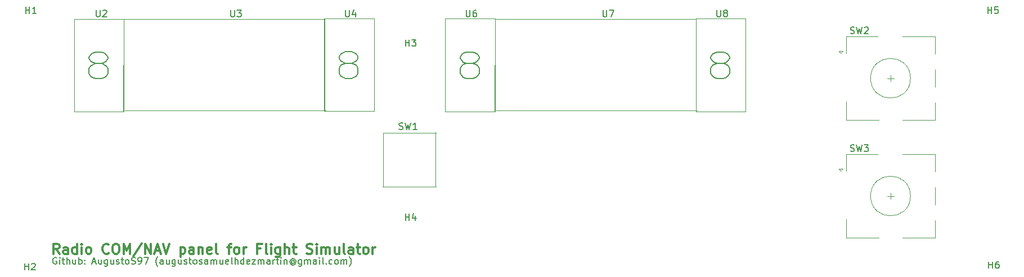
<source format=gbr>
%TF.GenerationSoftware,KiCad,Pcbnew,(5.1.9)-1*%
%TF.CreationDate,2021-09-19T21:33:38+01:00*%
%TF.ProjectId,Cesna_Radio_Stack,4365736e-615f-4526-9164-696f5f537461,rev?*%
%TF.SameCoordinates,Original*%
%TF.FileFunction,Legend,Top*%
%TF.FilePolarity,Positive*%
%FSLAX46Y46*%
G04 Gerber Fmt 4.6, Leading zero omitted, Abs format (unit mm)*
G04 Created by KiCad (PCBNEW (5.1.9)-1) date 2021-09-19 21:33:38*
%MOMM*%
%LPD*%
G01*
G04 APERTURE LIST*
%ADD10C,0.150000*%
%ADD11C,0.300000*%
%ADD12C,0.120000*%
G04 APERTURE END LIST*
D10*
X36896238Y-62619000D02*
X36800999Y-62571380D01*
X36658142Y-62571380D01*
X36515285Y-62619000D01*
X36420047Y-62714238D01*
X36372428Y-62809476D01*
X36324809Y-62999952D01*
X36324809Y-63142809D01*
X36372428Y-63333285D01*
X36420047Y-63428523D01*
X36515285Y-63523761D01*
X36658142Y-63571380D01*
X36753380Y-63571380D01*
X36896238Y-63523761D01*
X36943857Y-63476142D01*
X36943857Y-63142809D01*
X36753380Y-63142809D01*
X37372428Y-63571380D02*
X37372428Y-62904714D01*
X37372428Y-62571380D02*
X37324809Y-62619000D01*
X37372428Y-62666619D01*
X37420047Y-62619000D01*
X37372428Y-62571380D01*
X37372428Y-62666619D01*
X37705761Y-62904714D02*
X38086714Y-62904714D01*
X37848619Y-62571380D02*
X37848619Y-63428523D01*
X37896238Y-63523761D01*
X37991476Y-63571380D01*
X38086714Y-63571380D01*
X38420047Y-63571380D02*
X38420047Y-62571380D01*
X38848619Y-63571380D02*
X38848619Y-63047571D01*
X38800999Y-62952333D01*
X38705761Y-62904714D01*
X38562904Y-62904714D01*
X38467666Y-62952333D01*
X38420047Y-62999952D01*
X39753380Y-62904714D02*
X39753380Y-63571380D01*
X39324809Y-62904714D02*
X39324809Y-63428523D01*
X39372428Y-63523761D01*
X39467666Y-63571380D01*
X39610523Y-63571380D01*
X39705761Y-63523761D01*
X39753380Y-63476142D01*
X40229571Y-63571380D02*
X40229571Y-62571380D01*
X40229571Y-62952333D02*
X40324809Y-62904714D01*
X40515285Y-62904714D01*
X40610523Y-62952333D01*
X40658142Y-62999952D01*
X40705761Y-63095190D01*
X40705761Y-63380904D01*
X40658142Y-63476142D01*
X40610523Y-63523761D01*
X40515285Y-63571380D01*
X40324809Y-63571380D01*
X40229571Y-63523761D01*
X41134333Y-63476142D02*
X41181952Y-63523761D01*
X41134333Y-63571380D01*
X41086714Y-63523761D01*
X41134333Y-63476142D01*
X41134333Y-63571380D01*
X41134333Y-62952333D02*
X41181952Y-62999952D01*
X41134333Y-63047571D01*
X41086714Y-62999952D01*
X41134333Y-62952333D01*
X41134333Y-63047571D01*
X42324809Y-63285666D02*
X42800999Y-63285666D01*
X42229571Y-63571380D02*
X42562904Y-62571380D01*
X42896238Y-63571380D01*
X43658142Y-62904714D02*
X43658142Y-63571380D01*
X43229571Y-62904714D02*
X43229571Y-63428523D01*
X43277190Y-63523761D01*
X43372428Y-63571380D01*
X43515285Y-63571380D01*
X43610523Y-63523761D01*
X43658142Y-63476142D01*
X44562904Y-62904714D02*
X44562904Y-63714238D01*
X44515285Y-63809476D01*
X44467666Y-63857095D01*
X44372428Y-63904714D01*
X44229571Y-63904714D01*
X44134333Y-63857095D01*
X44562904Y-63523761D02*
X44467666Y-63571380D01*
X44277190Y-63571380D01*
X44181952Y-63523761D01*
X44134333Y-63476142D01*
X44086714Y-63380904D01*
X44086714Y-63095190D01*
X44134333Y-62999952D01*
X44181952Y-62952333D01*
X44277190Y-62904714D01*
X44467666Y-62904714D01*
X44562904Y-62952333D01*
X45467666Y-62904714D02*
X45467666Y-63571380D01*
X45039095Y-62904714D02*
X45039095Y-63428523D01*
X45086714Y-63523761D01*
X45181952Y-63571380D01*
X45324809Y-63571380D01*
X45420047Y-63523761D01*
X45467666Y-63476142D01*
X45896238Y-63523761D02*
X45991476Y-63571380D01*
X46181952Y-63571380D01*
X46277190Y-63523761D01*
X46324809Y-63428523D01*
X46324809Y-63380904D01*
X46277190Y-63285666D01*
X46181952Y-63238047D01*
X46039095Y-63238047D01*
X45943857Y-63190428D01*
X45896238Y-63095190D01*
X45896238Y-63047571D01*
X45943857Y-62952333D01*
X46039095Y-62904714D01*
X46181952Y-62904714D01*
X46277190Y-62952333D01*
X46610523Y-62904714D02*
X46991476Y-62904714D01*
X46753380Y-62571380D02*
X46753380Y-63428523D01*
X46800999Y-63523761D01*
X46896238Y-63571380D01*
X46991476Y-63571380D01*
X47467666Y-63571380D02*
X47372428Y-63523761D01*
X47324809Y-63476142D01*
X47277190Y-63380904D01*
X47277190Y-63095190D01*
X47324809Y-62999952D01*
X47372428Y-62952333D01*
X47467666Y-62904714D01*
X47610523Y-62904714D01*
X47705761Y-62952333D01*
X47753380Y-62999952D01*
X47800999Y-63095190D01*
X47800999Y-63380904D01*
X47753380Y-63476142D01*
X47705761Y-63523761D01*
X47610523Y-63571380D01*
X47467666Y-63571380D01*
X48181952Y-63523761D02*
X48324809Y-63571380D01*
X48562904Y-63571380D01*
X48658142Y-63523761D01*
X48705761Y-63476142D01*
X48753380Y-63380904D01*
X48753380Y-63285666D01*
X48705761Y-63190428D01*
X48658142Y-63142809D01*
X48562904Y-63095190D01*
X48372428Y-63047571D01*
X48277190Y-62999952D01*
X48229571Y-62952333D01*
X48181952Y-62857095D01*
X48181952Y-62761857D01*
X48229571Y-62666619D01*
X48277190Y-62619000D01*
X48372428Y-62571380D01*
X48610523Y-62571380D01*
X48753380Y-62619000D01*
X49229571Y-63571380D02*
X49420047Y-63571380D01*
X49515285Y-63523761D01*
X49562904Y-63476142D01*
X49658142Y-63333285D01*
X49705761Y-63142809D01*
X49705761Y-62761857D01*
X49658142Y-62666619D01*
X49610523Y-62619000D01*
X49515285Y-62571380D01*
X49324809Y-62571380D01*
X49229571Y-62619000D01*
X49181952Y-62666619D01*
X49134333Y-62761857D01*
X49134333Y-62999952D01*
X49181952Y-63095190D01*
X49229571Y-63142809D01*
X49324809Y-63190428D01*
X49515285Y-63190428D01*
X49610523Y-63142809D01*
X49658142Y-63095190D01*
X49705761Y-62999952D01*
X50039095Y-62571380D02*
X50705761Y-62571380D01*
X50277190Y-63571380D01*
X52134333Y-63952333D02*
X52086714Y-63904714D01*
X51991476Y-63761857D01*
X51943857Y-63666619D01*
X51896238Y-63523761D01*
X51848619Y-63285666D01*
X51848619Y-63095190D01*
X51896238Y-62857095D01*
X51943857Y-62714238D01*
X51991476Y-62619000D01*
X52086714Y-62476142D01*
X52134333Y-62428523D01*
X52943857Y-63571380D02*
X52943857Y-63047571D01*
X52896238Y-62952333D01*
X52800999Y-62904714D01*
X52610523Y-62904714D01*
X52515285Y-62952333D01*
X52943857Y-63523761D02*
X52848619Y-63571380D01*
X52610523Y-63571380D01*
X52515285Y-63523761D01*
X52467666Y-63428523D01*
X52467666Y-63333285D01*
X52515285Y-63238047D01*
X52610523Y-63190428D01*
X52848619Y-63190428D01*
X52943857Y-63142809D01*
X53848619Y-62904714D02*
X53848619Y-63571380D01*
X53420047Y-62904714D02*
X53420047Y-63428523D01*
X53467666Y-63523761D01*
X53562904Y-63571380D01*
X53705761Y-63571380D01*
X53800999Y-63523761D01*
X53848619Y-63476142D01*
X54753380Y-62904714D02*
X54753380Y-63714238D01*
X54705761Y-63809476D01*
X54658142Y-63857095D01*
X54562904Y-63904714D01*
X54420047Y-63904714D01*
X54324809Y-63857095D01*
X54753380Y-63523761D02*
X54658142Y-63571380D01*
X54467666Y-63571380D01*
X54372428Y-63523761D01*
X54324809Y-63476142D01*
X54277190Y-63380904D01*
X54277190Y-63095190D01*
X54324809Y-62999952D01*
X54372428Y-62952333D01*
X54467666Y-62904714D01*
X54658142Y-62904714D01*
X54753380Y-62952333D01*
X55658142Y-62904714D02*
X55658142Y-63571380D01*
X55229571Y-62904714D02*
X55229571Y-63428523D01*
X55277190Y-63523761D01*
X55372428Y-63571380D01*
X55515285Y-63571380D01*
X55610523Y-63523761D01*
X55658142Y-63476142D01*
X56086714Y-63523761D02*
X56181952Y-63571380D01*
X56372428Y-63571380D01*
X56467666Y-63523761D01*
X56515285Y-63428523D01*
X56515285Y-63380904D01*
X56467666Y-63285666D01*
X56372428Y-63238047D01*
X56229571Y-63238047D01*
X56134333Y-63190428D01*
X56086714Y-63095190D01*
X56086714Y-63047571D01*
X56134333Y-62952333D01*
X56229571Y-62904714D01*
X56372428Y-62904714D01*
X56467666Y-62952333D01*
X56800999Y-62904714D02*
X57181952Y-62904714D01*
X56943857Y-62571380D02*
X56943857Y-63428523D01*
X56991476Y-63523761D01*
X57086714Y-63571380D01*
X57181952Y-63571380D01*
X57658142Y-63571380D02*
X57562904Y-63523761D01*
X57515285Y-63476142D01*
X57467666Y-63380904D01*
X57467666Y-63095190D01*
X57515285Y-62999952D01*
X57562904Y-62952333D01*
X57658142Y-62904714D01*
X57800999Y-62904714D01*
X57896238Y-62952333D01*
X57943857Y-62999952D01*
X57991476Y-63095190D01*
X57991476Y-63380904D01*
X57943857Y-63476142D01*
X57896238Y-63523761D01*
X57800999Y-63571380D01*
X57658142Y-63571380D01*
X58372428Y-63523761D02*
X58467666Y-63571380D01*
X58658142Y-63571380D01*
X58753380Y-63523761D01*
X58800999Y-63428523D01*
X58800999Y-63380904D01*
X58753380Y-63285666D01*
X58658142Y-63238047D01*
X58515285Y-63238047D01*
X58420047Y-63190428D01*
X58372428Y-63095190D01*
X58372428Y-63047571D01*
X58420047Y-62952333D01*
X58515285Y-62904714D01*
X58658142Y-62904714D01*
X58753380Y-62952333D01*
X59658142Y-63571380D02*
X59658142Y-63047571D01*
X59610523Y-62952333D01*
X59515285Y-62904714D01*
X59324809Y-62904714D01*
X59229571Y-62952333D01*
X59658142Y-63523761D02*
X59562904Y-63571380D01*
X59324809Y-63571380D01*
X59229571Y-63523761D01*
X59181952Y-63428523D01*
X59181952Y-63333285D01*
X59229571Y-63238047D01*
X59324809Y-63190428D01*
X59562904Y-63190428D01*
X59658142Y-63142809D01*
X60134333Y-63571380D02*
X60134333Y-62904714D01*
X60134333Y-62999952D02*
X60181952Y-62952333D01*
X60277190Y-62904714D01*
X60420047Y-62904714D01*
X60515285Y-62952333D01*
X60562904Y-63047571D01*
X60562904Y-63571380D01*
X60562904Y-63047571D02*
X60610523Y-62952333D01*
X60705761Y-62904714D01*
X60848619Y-62904714D01*
X60943857Y-62952333D01*
X60991476Y-63047571D01*
X60991476Y-63571380D01*
X61896238Y-62904714D02*
X61896238Y-63571380D01*
X61467666Y-62904714D02*
X61467666Y-63428523D01*
X61515285Y-63523761D01*
X61610523Y-63571380D01*
X61753380Y-63571380D01*
X61848619Y-63523761D01*
X61896238Y-63476142D01*
X62753380Y-63523761D02*
X62658142Y-63571380D01*
X62467666Y-63571380D01*
X62372428Y-63523761D01*
X62324809Y-63428523D01*
X62324809Y-63047571D01*
X62372428Y-62952333D01*
X62467666Y-62904714D01*
X62658142Y-62904714D01*
X62753380Y-62952333D01*
X62800999Y-63047571D01*
X62800999Y-63142809D01*
X62324809Y-63238047D01*
X63372428Y-63571380D02*
X63277190Y-63523761D01*
X63229571Y-63428523D01*
X63229571Y-62571380D01*
X63753380Y-63571380D02*
X63753380Y-62571380D01*
X64181952Y-63571380D02*
X64181952Y-63047571D01*
X64134333Y-62952333D01*
X64039095Y-62904714D01*
X63896238Y-62904714D01*
X63800999Y-62952333D01*
X63753380Y-62999952D01*
X65086714Y-63571380D02*
X65086714Y-62571380D01*
X65086714Y-63523761D02*
X64991476Y-63571380D01*
X64800999Y-63571380D01*
X64705761Y-63523761D01*
X64658142Y-63476142D01*
X64610523Y-63380904D01*
X64610523Y-63095190D01*
X64658142Y-62999952D01*
X64705761Y-62952333D01*
X64800999Y-62904714D01*
X64991476Y-62904714D01*
X65086714Y-62952333D01*
X65943857Y-63523761D02*
X65848619Y-63571380D01*
X65658142Y-63571380D01*
X65562904Y-63523761D01*
X65515285Y-63428523D01*
X65515285Y-63047571D01*
X65562904Y-62952333D01*
X65658142Y-62904714D01*
X65848619Y-62904714D01*
X65943857Y-62952333D01*
X65991476Y-63047571D01*
X65991476Y-63142809D01*
X65515285Y-63238047D01*
X66324809Y-62904714D02*
X66848619Y-62904714D01*
X66324809Y-63571380D01*
X66848619Y-63571380D01*
X67229571Y-63571380D02*
X67229571Y-62904714D01*
X67229571Y-62999952D02*
X67277190Y-62952333D01*
X67372428Y-62904714D01*
X67515285Y-62904714D01*
X67610523Y-62952333D01*
X67658142Y-63047571D01*
X67658142Y-63571380D01*
X67658142Y-63047571D02*
X67705761Y-62952333D01*
X67800999Y-62904714D01*
X67943857Y-62904714D01*
X68039095Y-62952333D01*
X68086714Y-63047571D01*
X68086714Y-63571380D01*
X68991476Y-63571380D02*
X68991476Y-63047571D01*
X68943857Y-62952333D01*
X68848619Y-62904714D01*
X68658142Y-62904714D01*
X68562904Y-62952333D01*
X68991476Y-63523761D02*
X68896238Y-63571380D01*
X68658142Y-63571380D01*
X68562904Y-63523761D01*
X68515285Y-63428523D01*
X68515285Y-63333285D01*
X68562904Y-63238047D01*
X68658142Y-63190428D01*
X68896238Y-63190428D01*
X68991476Y-63142809D01*
X69467666Y-63571380D02*
X69467666Y-62904714D01*
X69467666Y-63095190D02*
X69515285Y-62999952D01*
X69562904Y-62952333D01*
X69658142Y-62904714D01*
X69753380Y-62904714D01*
X69943857Y-62904714D02*
X70324809Y-62904714D01*
X70086714Y-62571380D02*
X70086714Y-63428523D01*
X70134333Y-63523761D01*
X70229571Y-63571380D01*
X70324809Y-63571380D01*
X70658142Y-63571380D02*
X70658142Y-62904714D01*
X70658142Y-62571380D02*
X70610523Y-62619000D01*
X70658142Y-62666619D01*
X70705761Y-62619000D01*
X70658142Y-62571380D01*
X70658142Y-62666619D01*
X71134333Y-62904714D02*
X71134333Y-63571380D01*
X71134333Y-62999952D02*
X71181952Y-62952333D01*
X71277190Y-62904714D01*
X71420047Y-62904714D01*
X71515285Y-62952333D01*
X71562904Y-63047571D01*
X71562904Y-63571380D01*
X72658142Y-63095190D02*
X72610523Y-63047571D01*
X72515285Y-62999952D01*
X72420047Y-62999952D01*
X72324809Y-63047571D01*
X72277190Y-63095190D01*
X72229571Y-63190428D01*
X72229571Y-63285666D01*
X72277190Y-63380904D01*
X72324809Y-63428523D01*
X72420047Y-63476142D01*
X72515285Y-63476142D01*
X72610523Y-63428523D01*
X72658142Y-63380904D01*
X72658142Y-62999952D02*
X72658142Y-63380904D01*
X72705761Y-63428523D01*
X72753380Y-63428523D01*
X72848619Y-63380904D01*
X72896238Y-63285666D01*
X72896238Y-63047571D01*
X72800999Y-62904714D01*
X72658142Y-62809476D01*
X72467666Y-62761857D01*
X72277190Y-62809476D01*
X72134333Y-62904714D01*
X72039095Y-63047571D01*
X71991476Y-63238047D01*
X72039095Y-63428523D01*
X72134333Y-63571380D01*
X72277190Y-63666619D01*
X72467666Y-63714238D01*
X72658142Y-63666619D01*
X72800999Y-63571380D01*
X73753380Y-62904714D02*
X73753380Y-63714238D01*
X73705761Y-63809476D01*
X73658142Y-63857095D01*
X73562904Y-63904714D01*
X73420047Y-63904714D01*
X73324809Y-63857095D01*
X73753380Y-63523761D02*
X73658142Y-63571380D01*
X73467666Y-63571380D01*
X73372428Y-63523761D01*
X73324809Y-63476142D01*
X73277190Y-63380904D01*
X73277190Y-63095190D01*
X73324809Y-62999952D01*
X73372428Y-62952333D01*
X73467666Y-62904714D01*
X73658142Y-62904714D01*
X73753380Y-62952333D01*
X74229571Y-63571380D02*
X74229571Y-62904714D01*
X74229571Y-62999952D02*
X74277190Y-62952333D01*
X74372428Y-62904714D01*
X74515285Y-62904714D01*
X74610523Y-62952333D01*
X74658142Y-63047571D01*
X74658142Y-63571380D01*
X74658142Y-63047571D02*
X74705761Y-62952333D01*
X74800999Y-62904714D01*
X74943857Y-62904714D01*
X75039095Y-62952333D01*
X75086714Y-63047571D01*
X75086714Y-63571380D01*
X75991476Y-63571380D02*
X75991476Y-63047571D01*
X75943857Y-62952333D01*
X75848619Y-62904714D01*
X75658142Y-62904714D01*
X75562904Y-62952333D01*
X75991476Y-63523761D02*
X75896238Y-63571380D01*
X75658142Y-63571380D01*
X75562904Y-63523761D01*
X75515285Y-63428523D01*
X75515285Y-63333285D01*
X75562904Y-63238047D01*
X75658142Y-63190428D01*
X75896238Y-63190428D01*
X75991476Y-63142809D01*
X76467666Y-63571380D02*
X76467666Y-62904714D01*
X76467666Y-62571380D02*
X76420047Y-62619000D01*
X76467666Y-62666619D01*
X76515285Y-62619000D01*
X76467666Y-62571380D01*
X76467666Y-62666619D01*
X77086714Y-63571380D02*
X76991476Y-63523761D01*
X76943857Y-63428523D01*
X76943857Y-62571380D01*
X77467666Y-63476142D02*
X77515285Y-63523761D01*
X77467666Y-63571380D01*
X77420047Y-63523761D01*
X77467666Y-63476142D01*
X77467666Y-63571380D01*
X78372428Y-63523761D02*
X78277190Y-63571380D01*
X78086714Y-63571380D01*
X77991476Y-63523761D01*
X77943857Y-63476142D01*
X77896238Y-63380904D01*
X77896238Y-63095190D01*
X77943857Y-62999952D01*
X77991476Y-62952333D01*
X78086714Y-62904714D01*
X78277190Y-62904714D01*
X78372428Y-62952333D01*
X78943857Y-63571380D02*
X78848619Y-63523761D01*
X78800999Y-63476142D01*
X78753380Y-63380904D01*
X78753380Y-63095190D01*
X78800999Y-62999952D01*
X78848619Y-62952333D01*
X78943857Y-62904714D01*
X79086714Y-62904714D01*
X79181952Y-62952333D01*
X79229571Y-62999952D01*
X79277190Y-63095190D01*
X79277190Y-63380904D01*
X79229571Y-63476142D01*
X79181952Y-63523761D01*
X79086714Y-63571380D01*
X78943857Y-63571380D01*
X79705761Y-63571380D02*
X79705761Y-62904714D01*
X79705761Y-62999952D02*
X79753380Y-62952333D01*
X79848619Y-62904714D01*
X79991476Y-62904714D01*
X80086714Y-62952333D01*
X80134333Y-63047571D01*
X80134333Y-63571380D01*
X80134333Y-63047571D02*
X80181952Y-62952333D01*
X80277190Y-62904714D01*
X80420047Y-62904714D01*
X80515285Y-62952333D01*
X80562904Y-63047571D01*
X80562904Y-63571380D01*
X80943857Y-63952333D02*
X80991476Y-63904714D01*
X81086714Y-63761857D01*
X81134333Y-63666619D01*
X81181952Y-63523761D01*
X81229571Y-63285666D01*
X81229571Y-63095190D01*
X81181952Y-62857095D01*
X81134333Y-62714238D01*
X81086714Y-62619000D01*
X80991476Y-62476142D01*
X80943857Y-62428523D01*
D11*
X37329000Y-62019571D02*
X36829000Y-61305285D01*
X36471857Y-62019571D02*
X36471857Y-60519571D01*
X37043285Y-60519571D01*
X37186142Y-60591000D01*
X37257571Y-60662428D01*
X37329000Y-60805285D01*
X37329000Y-61019571D01*
X37257571Y-61162428D01*
X37186142Y-61233857D01*
X37043285Y-61305285D01*
X36471857Y-61305285D01*
X38614714Y-62019571D02*
X38614714Y-61233857D01*
X38543285Y-61091000D01*
X38400428Y-61019571D01*
X38114714Y-61019571D01*
X37971857Y-61091000D01*
X38614714Y-61948142D02*
X38471857Y-62019571D01*
X38114714Y-62019571D01*
X37971857Y-61948142D01*
X37900428Y-61805285D01*
X37900428Y-61662428D01*
X37971857Y-61519571D01*
X38114714Y-61448142D01*
X38471857Y-61448142D01*
X38614714Y-61376714D01*
X39971857Y-62019571D02*
X39971857Y-60519571D01*
X39971857Y-61948142D02*
X39829000Y-62019571D01*
X39543285Y-62019571D01*
X39400428Y-61948142D01*
X39329000Y-61876714D01*
X39257571Y-61733857D01*
X39257571Y-61305285D01*
X39329000Y-61162428D01*
X39400428Y-61091000D01*
X39543285Y-61019571D01*
X39829000Y-61019571D01*
X39971857Y-61091000D01*
X40686142Y-62019571D02*
X40686142Y-61019571D01*
X40686142Y-60519571D02*
X40614714Y-60591000D01*
X40686142Y-60662428D01*
X40757571Y-60591000D01*
X40686142Y-60519571D01*
X40686142Y-60662428D01*
X41614714Y-62019571D02*
X41471857Y-61948142D01*
X41400428Y-61876714D01*
X41329000Y-61733857D01*
X41329000Y-61305285D01*
X41400428Y-61162428D01*
X41471857Y-61091000D01*
X41614714Y-61019571D01*
X41829000Y-61019571D01*
X41971857Y-61091000D01*
X42043285Y-61162428D01*
X42114714Y-61305285D01*
X42114714Y-61733857D01*
X42043285Y-61876714D01*
X41971857Y-61948142D01*
X41829000Y-62019571D01*
X41614714Y-62019571D01*
X44757571Y-61876714D02*
X44686142Y-61948142D01*
X44471857Y-62019571D01*
X44329000Y-62019571D01*
X44114714Y-61948142D01*
X43971857Y-61805285D01*
X43900428Y-61662428D01*
X43829000Y-61376714D01*
X43829000Y-61162428D01*
X43900428Y-60876714D01*
X43971857Y-60733857D01*
X44114714Y-60591000D01*
X44329000Y-60519571D01*
X44471857Y-60519571D01*
X44686142Y-60591000D01*
X44757571Y-60662428D01*
X45686142Y-60519571D02*
X45971857Y-60519571D01*
X46114714Y-60591000D01*
X46257571Y-60733857D01*
X46329000Y-61019571D01*
X46329000Y-61519571D01*
X46257571Y-61805285D01*
X46114714Y-61948142D01*
X45971857Y-62019571D01*
X45686142Y-62019571D01*
X45543285Y-61948142D01*
X45400428Y-61805285D01*
X45329000Y-61519571D01*
X45329000Y-61019571D01*
X45400428Y-60733857D01*
X45543285Y-60591000D01*
X45686142Y-60519571D01*
X46971857Y-62019571D02*
X46971857Y-60519571D01*
X47471857Y-61591000D01*
X47971857Y-60519571D01*
X47971857Y-62019571D01*
X49757571Y-60448142D02*
X48471857Y-62376714D01*
X50257571Y-62019571D02*
X50257571Y-60519571D01*
X51114714Y-62019571D01*
X51114714Y-60519571D01*
X51757571Y-61591000D02*
X52471857Y-61591000D01*
X51614714Y-62019571D02*
X52114714Y-60519571D01*
X52614714Y-62019571D01*
X52900428Y-60519571D02*
X53400428Y-62019571D01*
X53900428Y-60519571D01*
X55543285Y-61019571D02*
X55543285Y-62519571D01*
X55543285Y-61091000D02*
X55686142Y-61019571D01*
X55971857Y-61019571D01*
X56114714Y-61091000D01*
X56186142Y-61162428D01*
X56257571Y-61305285D01*
X56257571Y-61733857D01*
X56186142Y-61876714D01*
X56114714Y-61948142D01*
X55971857Y-62019571D01*
X55686142Y-62019571D01*
X55543285Y-61948142D01*
X57543285Y-62019571D02*
X57543285Y-61233857D01*
X57471857Y-61091000D01*
X57329000Y-61019571D01*
X57043285Y-61019571D01*
X56900428Y-61091000D01*
X57543285Y-61948142D02*
X57400428Y-62019571D01*
X57043285Y-62019571D01*
X56900428Y-61948142D01*
X56829000Y-61805285D01*
X56829000Y-61662428D01*
X56900428Y-61519571D01*
X57043285Y-61448142D01*
X57400428Y-61448142D01*
X57543285Y-61376714D01*
X58257571Y-61019571D02*
X58257571Y-62019571D01*
X58257571Y-61162428D02*
X58329000Y-61091000D01*
X58471857Y-61019571D01*
X58686142Y-61019571D01*
X58829000Y-61091000D01*
X58900428Y-61233857D01*
X58900428Y-62019571D01*
X60186142Y-61948142D02*
X60043285Y-62019571D01*
X59757571Y-62019571D01*
X59614714Y-61948142D01*
X59543285Y-61805285D01*
X59543285Y-61233857D01*
X59614714Y-61091000D01*
X59757571Y-61019571D01*
X60043285Y-61019571D01*
X60186142Y-61091000D01*
X60257571Y-61233857D01*
X60257571Y-61376714D01*
X59543285Y-61519571D01*
X61114714Y-62019571D02*
X60971857Y-61948142D01*
X60900428Y-61805285D01*
X60900428Y-60519571D01*
X62614714Y-61019571D02*
X63186142Y-61019571D01*
X62829000Y-62019571D02*
X62829000Y-60733857D01*
X62900428Y-60591000D01*
X63043285Y-60519571D01*
X63186142Y-60519571D01*
X63900428Y-62019571D02*
X63757571Y-61948142D01*
X63686142Y-61876714D01*
X63614714Y-61733857D01*
X63614714Y-61305285D01*
X63686142Y-61162428D01*
X63757571Y-61091000D01*
X63900428Y-61019571D01*
X64114714Y-61019571D01*
X64257571Y-61091000D01*
X64329000Y-61162428D01*
X64400428Y-61305285D01*
X64400428Y-61733857D01*
X64329000Y-61876714D01*
X64257571Y-61948142D01*
X64114714Y-62019571D01*
X63900428Y-62019571D01*
X65043285Y-62019571D02*
X65043285Y-61019571D01*
X65043285Y-61305285D02*
X65114714Y-61162428D01*
X65186142Y-61091000D01*
X65329000Y-61019571D01*
X65471857Y-61019571D01*
X67614714Y-61233857D02*
X67114714Y-61233857D01*
X67114714Y-62019571D02*
X67114714Y-60519571D01*
X67829000Y-60519571D01*
X68614714Y-62019571D02*
X68471857Y-61948142D01*
X68400428Y-61805285D01*
X68400428Y-60519571D01*
X69186142Y-62019571D02*
X69186142Y-61019571D01*
X69186142Y-60519571D02*
X69114714Y-60591000D01*
X69186142Y-60662428D01*
X69257571Y-60591000D01*
X69186142Y-60519571D01*
X69186142Y-60662428D01*
X70543285Y-61019571D02*
X70543285Y-62233857D01*
X70471857Y-62376714D01*
X70400428Y-62448142D01*
X70257571Y-62519571D01*
X70043285Y-62519571D01*
X69900428Y-62448142D01*
X70543285Y-61948142D02*
X70400428Y-62019571D01*
X70114714Y-62019571D01*
X69971857Y-61948142D01*
X69900428Y-61876714D01*
X69829000Y-61733857D01*
X69829000Y-61305285D01*
X69900428Y-61162428D01*
X69971857Y-61091000D01*
X70114714Y-61019571D01*
X70400428Y-61019571D01*
X70543285Y-61091000D01*
X71257571Y-62019571D02*
X71257571Y-60519571D01*
X71900428Y-62019571D02*
X71900428Y-61233857D01*
X71829000Y-61091000D01*
X71686142Y-61019571D01*
X71471857Y-61019571D01*
X71329000Y-61091000D01*
X71257571Y-61162428D01*
X72400428Y-61019571D02*
X72971857Y-61019571D01*
X72614714Y-60519571D02*
X72614714Y-61805285D01*
X72686142Y-61948142D01*
X72829000Y-62019571D01*
X72971857Y-62019571D01*
X74543285Y-61948142D02*
X74757571Y-62019571D01*
X75114714Y-62019571D01*
X75257571Y-61948142D01*
X75329000Y-61876714D01*
X75400428Y-61733857D01*
X75400428Y-61591000D01*
X75329000Y-61448142D01*
X75257571Y-61376714D01*
X75114714Y-61305285D01*
X74829000Y-61233857D01*
X74686142Y-61162428D01*
X74614714Y-61091000D01*
X74543285Y-60948142D01*
X74543285Y-60805285D01*
X74614714Y-60662428D01*
X74686142Y-60591000D01*
X74829000Y-60519571D01*
X75186142Y-60519571D01*
X75400428Y-60591000D01*
X76043285Y-62019571D02*
X76043285Y-61019571D01*
X76043285Y-60519571D02*
X75971857Y-60591000D01*
X76043285Y-60662428D01*
X76114714Y-60591000D01*
X76043285Y-60519571D01*
X76043285Y-60662428D01*
X76757571Y-62019571D02*
X76757571Y-61019571D01*
X76757571Y-61162428D02*
X76829000Y-61091000D01*
X76971857Y-61019571D01*
X77186142Y-61019571D01*
X77329000Y-61091000D01*
X77400428Y-61233857D01*
X77400428Y-62019571D01*
X77400428Y-61233857D02*
X77471857Y-61091000D01*
X77614714Y-61019571D01*
X77829000Y-61019571D01*
X77971857Y-61091000D01*
X78043285Y-61233857D01*
X78043285Y-62019571D01*
X79400428Y-61019571D02*
X79400428Y-62019571D01*
X78757571Y-61019571D02*
X78757571Y-61805285D01*
X78829000Y-61948142D01*
X78971857Y-62019571D01*
X79186142Y-62019571D01*
X79329000Y-61948142D01*
X79400428Y-61876714D01*
X80329000Y-62019571D02*
X80186142Y-61948142D01*
X80114714Y-61805285D01*
X80114714Y-60519571D01*
X81543285Y-62019571D02*
X81543285Y-61233857D01*
X81471857Y-61091000D01*
X81329000Y-61019571D01*
X81043285Y-61019571D01*
X80900428Y-61091000D01*
X81543285Y-61948142D02*
X81400428Y-62019571D01*
X81043285Y-62019571D01*
X80900428Y-61948142D01*
X80829000Y-61805285D01*
X80829000Y-61662428D01*
X80900428Y-61519571D01*
X81043285Y-61448142D01*
X81400428Y-61448142D01*
X81543285Y-61376714D01*
X82043285Y-61019571D02*
X82614714Y-61019571D01*
X82257571Y-60519571D02*
X82257571Y-61805285D01*
X82329000Y-61948142D01*
X82471857Y-62019571D01*
X82614714Y-62019571D01*
X83329000Y-62019571D02*
X83186142Y-61948142D01*
X83114714Y-61876714D01*
X83043285Y-61733857D01*
X83043285Y-61305285D01*
X83114714Y-61162428D01*
X83186142Y-61091000D01*
X83329000Y-61019571D01*
X83543285Y-61019571D01*
X83686142Y-61091000D01*
X83757571Y-61162428D01*
X83829000Y-61305285D01*
X83829000Y-61733857D01*
X83757571Y-61876714D01*
X83686142Y-61948142D01*
X83543285Y-62019571D01*
X83329000Y-62019571D01*
X84471857Y-62019571D02*
X84471857Y-61019571D01*
X84471857Y-61305285D02*
X84543285Y-61162428D01*
X84614714Y-61091000D01*
X84757571Y-61019571D01*
X84900428Y-61019571D01*
D12*
%TO.C,SW1*%
X94012000Y-43743000D02*
X86012000Y-43743000D01*
X86042000Y-51933000D02*
X86012000Y-43743000D01*
X94002000Y-51913000D02*
X86002000Y-51913000D01*
X93932000Y-51863000D02*
X93912000Y-43713000D01*
%TO.C,U8*%
X133096000Y-40530300D02*
X140596000Y-40530300D01*
X133096000Y-26530300D02*
X140596000Y-26530300D01*
X140596000Y-26530300D02*
X140596000Y-40530300D01*
X133096000Y-26530300D02*
X133096000Y-40530300D01*
%TO.C,U6*%
X95377000Y-40530300D02*
X102877000Y-40530300D01*
X95377000Y-26530300D02*
X102877000Y-26530300D01*
X102877000Y-26530300D02*
X102877000Y-40530300D01*
X95377000Y-26530300D02*
X95377000Y-40530300D01*
%TO.C,U2*%
X39535100Y-40568400D02*
X47035100Y-40568400D01*
X39535100Y-26568400D02*
X47035100Y-26568400D01*
X47035100Y-26568400D02*
X47035100Y-40568400D01*
X39535100Y-26568400D02*
X39535100Y-40568400D01*
%TO.C,U4*%
X77152500Y-40492200D02*
X84652500Y-40492200D01*
X77152500Y-26492200D02*
X84652500Y-26492200D01*
X84652500Y-26492200D02*
X84652500Y-40492200D01*
X77152500Y-26492200D02*
X77152500Y-40492200D01*
%TO.C,U7*%
X133280000Y-40420000D02*
X103050000Y-40420000D01*
X102920000Y-26560000D02*
X133150000Y-26560000D01*
X133150000Y-26560000D02*
X133150000Y-40420000D01*
X102830000Y-40460000D02*
X102880000Y-26550000D01*
%TO.C,U3*%
X77400000Y-40420000D02*
X47170000Y-40420000D01*
X47040000Y-26560000D02*
X77270000Y-26560000D01*
X77270000Y-26560000D02*
X77270000Y-40420000D01*
X46950000Y-40460000D02*
X47000000Y-26550000D01*
%TO.C,SW2*%
X161900000Y-35520000D02*
X162900000Y-35520000D01*
X162400000Y-35020000D02*
X162400000Y-36020000D01*
X169100000Y-39220000D02*
X169100000Y-41820000D01*
X169100000Y-34220000D02*
X169100000Y-36820000D01*
X169100000Y-29220000D02*
X169100000Y-31820000D01*
X155200000Y-31420000D02*
X154900000Y-31720000D01*
X154600000Y-31420000D02*
X155200000Y-31420000D01*
X154900000Y-31720000D02*
X154600000Y-31420000D01*
X155700000Y-29220000D02*
X155700000Y-31720000D01*
X160500000Y-29220000D02*
X155700000Y-29220000D01*
X155700000Y-41820000D02*
X155700000Y-39020000D01*
X160600000Y-41820000D02*
X155700000Y-41820000D01*
X169100000Y-41820000D02*
X164200000Y-41820000D01*
X164200000Y-29220000D02*
X169100000Y-29220000D01*
X165400000Y-35520000D02*
G75*
G03*
X165400000Y-35520000I-3000000J0D01*
G01*
%TO.C,SW3*%
X165400000Y-53300000D02*
G75*
G03*
X165400000Y-53300000I-3000000J0D01*
G01*
X164200000Y-47000000D02*
X169100000Y-47000000D01*
X169100000Y-59600000D02*
X164200000Y-59600000D01*
X160600000Y-59600000D02*
X155700000Y-59600000D01*
X155700000Y-59600000D02*
X155700000Y-56800000D01*
X160500000Y-47000000D02*
X155700000Y-47000000D01*
X155700000Y-47000000D02*
X155700000Y-49500000D01*
X154900000Y-49500000D02*
X154600000Y-49200000D01*
X154600000Y-49200000D02*
X155200000Y-49200000D01*
X155200000Y-49200000D02*
X154900000Y-49500000D01*
X169100000Y-47000000D02*
X169100000Y-49600000D01*
X169100000Y-52000000D02*
X169100000Y-54600000D01*
X169100000Y-57000000D02*
X169100000Y-59600000D01*
X162400000Y-52800000D02*
X162400000Y-53800000D01*
X161900000Y-53300000D02*
X162900000Y-53300000D01*
%TO.C,SW1*%
D10*
X88455666Y-43203761D02*
X88598523Y-43251380D01*
X88836619Y-43251380D01*
X88931857Y-43203761D01*
X88979476Y-43156142D01*
X89027095Y-43060904D01*
X89027095Y-42965666D01*
X88979476Y-42870428D01*
X88931857Y-42822809D01*
X88836619Y-42775190D01*
X88646142Y-42727571D01*
X88550904Y-42679952D01*
X88503285Y-42632333D01*
X88455666Y-42537095D01*
X88455666Y-42441857D01*
X88503285Y-42346619D01*
X88550904Y-42299000D01*
X88646142Y-42251380D01*
X88884238Y-42251380D01*
X89027095Y-42299000D01*
X89360428Y-42251380D02*
X89598523Y-43251380D01*
X89789000Y-42537095D01*
X89979476Y-43251380D01*
X90217571Y-42251380D01*
X91122333Y-43251380D02*
X90550904Y-43251380D01*
X90836619Y-43251380D02*
X90836619Y-42251380D01*
X90741380Y-42394238D01*
X90646142Y-42489476D01*
X90550904Y-42537095D01*
%TO.C,U8*%
X136271095Y-25233380D02*
X136271095Y-26042904D01*
X136318714Y-26138142D01*
X136366333Y-26185761D01*
X136461571Y-26233380D01*
X136652047Y-26233380D01*
X136747285Y-26185761D01*
X136794904Y-26138142D01*
X136842523Y-26042904D01*
X136842523Y-25233380D01*
X137461571Y-25661952D02*
X137366333Y-25614333D01*
X137318714Y-25566714D01*
X137271095Y-25471476D01*
X137271095Y-25423857D01*
X137318714Y-25328619D01*
X137366333Y-25281000D01*
X137461571Y-25233380D01*
X137652047Y-25233380D01*
X137747285Y-25281000D01*
X137794904Y-25328619D01*
X137842523Y-25423857D01*
X137842523Y-25471476D01*
X137794904Y-25566714D01*
X137747285Y-25614333D01*
X137652047Y-25661952D01*
X137461571Y-25661952D01*
X137366333Y-25709571D01*
X137318714Y-25757190D01*
X137271095Y-25852428D01*
X137271095Y-26042904D01*
X137318714Y-26138142D01*
X137366333Y-26185761D01*
X137461571Y-26233380D01*
X137652047Y-26233380D01*
X137747285Y-26185761D01*
X137794904Y-26138142D01*
X137842523Y-26042904D01*
X137842523Y-25852428D01*
X137794904Y-25757190D01*
X137747285Y-25709571D01*
X137652047Y-25661952D01*
X136299809Y-33274109D02*
X135823619Y-33083633D01*
X135585523Y-32893157D01*
X135347428Y-32512204D01*
X135347428Y-32321728D01*
X135585523Y-31940776D01*
X135823619Y-31750300D01*
X136299809Y-31559823D01*
X137252190Y-31559823D01*
X137728380Y-31750300D01*
X137966476Y-31940776D01*
X138204571Y-32321728D01*
X138204571Y-32512204D01*
X137966476Y-32893157D01*
X137728380Y-33083633D01*
X137252190Y-33274109D01*
X136299809Y-33274109D01*
X135823619Y-33464585D01*
X135585523Y-33655061D01*
X135347428Y-34036014D01*
X135347428Y-34797919D01*
X135585523Y-35178871D01*
X135823619Y-35369347D01*
X136299809Y-35559823D01*
X137252190Y-35559823D01*
X137728380Y-35369347D01*
X137966476Y-35178871D01*
X138204571Y-34797919D01*
X138204571Y-34036014D01*
X137966476Y-33655061D01*
X137728380Y-33464585D01*
X137252190Y-33274109D01*
%TO.C,U6*%
X98552095Y-25233380D02*
X98552095Y-26042904D01*
X98599714Y-26138142D01*
X98647333Y-26185761D01*
X98742571Y-26233380D01*
X98933047Y-26233380D01*
X99028285Y-26185761D01*
X99075904Y-26138142D01*
X99123523Y-26042904D01*
X99123523Y-25233380D01*
X100028285Y-25233380D02*
X99837809Y-25233380D01*
X99742571Y-25281000D01*
X99694952Y-25328619D01*
X99599714Y-25471476D01*
X99552095Y-25661952D01*
X99552095Y-26042904D01*
X99599714Y-26138142D01*
X99647333Y-26185761D01*
X99742571Y-26233380D01*
X99933047Y-26233380D01*
X100028285Y-26185761D01*
X100075904Y-26138142D01*
X100123523Y-26042904D01*
X100123523Y-25804809D01*
X100075904Y-25709571D01*
X100028285Y-25661952D01*
X99933047Y-25614333D01*
X99742571Y-25614333D01*
X99647333Y-25661952D01*
X99599714Y-25709571D01*
X99552095Y-25804809D01*
X98580809Y-33274109D02*
X98104619Y-33083633D01*
X97866523Y-32893157D01*
X97628428Y-32512204D01*
X97628428Y-32321728D01*
X97866523Y-31940776D01*
X98104619Y-31750300D01*
X98580809Y-31559823D01*
X99533190Y-31559823D01*
X100009380Y-31750300D01*
X100247476Y-31940776D01*
X100485571Y-32321728D01*
X100485571Y-32512204D01*
X100247476Y-32893157D01*
X100009380Y-33083633D01*
X99533190Y-33274109D01*
X98580809Y-33274109D01*
X98104619Y-33464585D01*
X97866523Y-33655061D01*
X97628428Y-34036014D01*
X97628428Y-34797919D01*
X97866523Y-35178871D01*
X98104619Y-35369347D01*
X98580809Y-35559823D01*
X99533190Y-35559823D01*
X100009380Y-35369347D01*
X100247476Y-35178871D01*
X100485571Y-34797919D01*
X100485571Y-34036014D01*
X100247476Y-33655061D01*
X100009380Y-33464585D01*
X99533190Y-33274109D01*
%TO.C,U2*%
X42863195Y-25233380D02*
X42863195Y-26042904D01*
X42910814Y-26138142D01*
X42958433Y-26185761D01*
X43053671Y-26233380D01*
X43244147Y-26233380D01*
X43339385Y-26185761D01*
X43387004Y-26138142D01*
X43434623Y-26042904D01*
X43434623Y-25233380D01*
X43863195Y-25328619D02*
X43910814Y-25281000D01*
X44006052Y-25233380D01*
X44244147Y-25233380D01*
X44339385Y-25281000D01*
X44387004Y-25328619D01*
X44434623Y-25423857D01*
X44434623Y-25519095D01*
X44387004Y-25661952D01*
X43815576Y-26233380D01*
X44434623Y-26233380D01*
X42738909Y-33312209D02*
X42262719Y-33121733D01*
X42024623Y-32931257D01*
X41786528Y-32550304D01*
X41786528Y-32359828D01*
X42024623Y-31978876D01*
X42262719Y-31788400D01*
X42738909Y-31597923D01*
X43691290Y-31597923D01*
X44167480Y-31788400D01*
X44405576Y-31978876D01*
X44643671Y-32359828D01*
X44643671Y-32550304D01*
X44405576Y-32931257D01*
X44167480Y-33121733D01*
X43691290Y-33312209D01*
X42738909Y-33312209D01*
X42262719Y-33502685D01*
X42024623Y-33693161D01*
X41786528Y-34074114D01*
X41786528Y-34836019D01*
X42024623Y-35216971D01*
X42262719Y-35407447D01*
X42738909Y-35597923D01*
X43691290Y-35597923D01*
X44167480Y-35407447D01*
X44405576Y-35216971D01*
X44643671Y-34836019D01*
X44643671Y-34074114D01*
X44405576Y-33693161D01*
X44167480Y-33502685D01*
X43691290Y-33312209D01*
%TO.C,U4*%
X80391095Y-25233380D02*
X80391095Y-26042904D01*
X80438714Y-26138142D01*
X80486333Y-26185761D01*
X80581571Y-26233380D01*
X80772047Y-26233380D01*
X80867285Y-26185761D01*
X80914904Y-26138142D01*
X80962523Y-26042904D01*
X80962523Y-25233380D01*
X81867285Y-25566714D02*
X81867285Y-26233380D01*
X81629190Y-25185761D02*
X81391095Y-25900047D01*
X82010142Y-25900047D01*
X80356309Y-33236009D02*
X79880119Y-33045533D01*
X79642023Y-32855057D01*
X79403928Y-32474104D01*
X79403928Y-32283628D01*
X79642023Y-31902676D01*
X79880119Y-31712200D01*
X80356309Y-31521723D01*
X81308690Y-31521723D01*
X81784880Y-31712200D01*
X82022976Y-31902676D01*
X82261071Y-32283628D01*
X82261071Y-32474104D01*
X82022976Y-32855057D01*
X81784880Y-33045533D01*
X81308690Y-33236009D01*
X80356309Y-33236009D01*
X79880119Y-33426485D01*
X79642023Y-33616961D01*
X79403928Y-33997914D01*
X79403928Y-34759819D01*
X79642023Y-35140771D01*
X79880119Y-35331247D01*
X80356309Y-35521723D01*
X81308690Y-35521723D01*
X81784880Y-35331247D01*
X82022976Y-35140771D01*
X82261071Y-34759819D01*
X82261071Y-33997914D01*
X82022976Y-33616961D01*
X81784880Y-33426485D01*
X81308690Y-33236009D01*
%TO.C,H4*%
X89408095Y-56967380D02*
X89408095Y-55967380D01*
X89408095Y-56443571D02*
X89979523Y-56443571D01*
X89979523Y-56967380D02*
X89979523Y-55967380D01*
X90884285Y-56300714D02*
X90884285Y-56967380D01*
X90646190Y-55919761D02*
X90408095Y-56634047D01*
X91027142Y-56634047D01*
%TO.C,H3*%
X89408095Y-30678380D02*
X89408095Y-29678380D01*
X89408095Y-30154571D02*
X89979523Y-30154571D01*
X89979523Y-30678380D02*
X89979523Y-29678380D01*
X90360476Y-29678380D02*
X90979523Y-29678380D01*
X90646190Y-30059333D01*
X90789047Y-30059333D01*
X90884285Y-30106952D01*
X90931904Y-30154571D01*
X90979523Y-30249809D01*
X90979523Y-30487904D01*
X90931904Y-30583142D01*
X90884285Y-30630761D01*
X90789047Y-30678380D01*
X90503333Y-30678380D01*
X90408095Y-30630761D01*
X90360476Y-30583142D01*
%TO.C,H1*%
X32258095Y-25725380D02*
X32258095Y-24725380D01*
X32258095Y-25201571D02*
X32829523Y-25201571D01*
X32829523Y-25725380D02*
X32829523Y-24725380D01*
X33829523Y-25725380D02*
X33258095Y-25725380D01*
X33543809Y-25725380D02*
X33543809Y-24725380D01*
X33448571Y-24868238D01*
X33353333Y-24963476D01*
X33258095Y-25011095D01*
%TO.C,H2*%
X32131095Y-64460380D02*
X32131095Y-63460380D01*
X32131095Y-63936571D02*
X32702523Y-63936571D01*
X32702523Y-64460380D02*
X32702523Y-63460380D01*
X33131095Y-63555619D02*
X33178714Y-63508000D01*
X33273952Y-63460380D01*
X33512047Y-63460380D01*
X33607285Y-63508000D01*
X33654904Y-63555619D01*
X33702523Y-63650857D01*
X33702523Y-63746095D01*
X33654904Y-63888952D01*
X33083476Y-64460380D01*
X33702523Y-64460380D01*
%TO.C,H6*%
X177165095Y-64206380D02*
X177165095Y-63206380D01*
X177165095Y-63682571D02*
X177736523Y-63682571D01*
X177736523Y-64206380D02*
X177736523Y-63206380D01*
X178641285Y-63206380D02*
X178450809Y-63206380D01*
X178355571Y-63254000D01*
X178307952Y-63301619D01*
X178212714Y-63444476D01*
X178165095Y-63634952D01*
X178165095Y-64015904D01*
X178212714Y-64111142D01*
X178260333Y-64158761D01*
X178355571Y-64206380D01*
X178546047Y-64206380D01*
X178641285Y-64158761D01*
X178688904Y-64111142D01*
X178736523Y-64015904D01*
X178736523Y-63777809D01*
X178688904Y-63682571D01*
X178641285Y-63634952D01*
X178546047Y-63587333D01*
X178355571Y-63587333D01*
X178260333Y-63634952D01*
X178212714Y-63682571D01*
X178165095Y-63777809D01*
%TO.C,H5*%
X177038095Y-25725380D02*
X177038095Y-24725380D01*
X177038095Y-25201571D02*
X177609523Y-25201571D01*
X177609523Y-25725380D02*
X177609523Y-24725380D01*
X178561904Y-24725380D02*
X178085714Y-24725380D01*
X178038095Y-25201571D01*
X178085714Y-25153952D01*
X178180952Y-25106333D01*
X178419047Y-25106333D01*
X178514285Y-25153952D01*
X178561904Y-25201571D01*
X178609523Y-25296809D01*
X178609523Y-25534904D01*
X178561904Y-25630142D01*
X178514285Y-25677761D01*
X178419047Y-25725380D01*
X178180952Y-25725380D01*
X178085714Y-25677761D01*
X178038095Y-25630142D01*
%TO.C,U7*%
X119126095Y-25233380D02*
X119126095Y-26042904D01*
X119173714Y-26138142D01*
X119221333Y-26185761D01*
X119316571Y-26233380D01*
X119507047Y-26233380D01*
X119602285Y-26185761D01*
X119649904Y-26138142D01*
X119697523Y-26042904D01*
X119697523Y-25233380D01*
X120078476Y-25233380D02*
X120745142Y-25233380D01*
X120316571Y-26233380D01*
%TO.C,U3*%
X63119095Y-25233380D02*
X63119095Y-26042904D01*
X63166714Y-26138142D01*
X63214333Y-26185761D01*
X63309571Y-26233380D01*
X63500047Y-26233380D01*
X63595285Y-26185761D01*
X63642904Y-26138142D01*
X63690523Y-26042904D01*
X63690523Y-25233380D01*
X64071476Y-25233380D02*
X64690523Y-25233380D01*
X64357190Y-25614333D01*
X64500047Y-25614333D01*
X64595285Y-25661952D01*
X64642904Y-25709571D01*
X64690523Y-25804809D01*
X64690523Y-26042904D01*
X64642904Y-26138142D01*
X64595285Y-26185761D01*
X64500047Y-26233380D01*
X64214333Y-26233380D01*
X64119095Y-26185761D01*
X64071476Y-26138142D01*
%TO.C,SW2*%
X156366666Y-28724761D02*
X156509523Y-28772380D01*
X156747619Y-28772380D01*
X156842857Y-28724761D01*
X156890476Y-28677142D01*
X156938095Y-28581904D01*
X156938095Y-28486666D01*
X156890476Y-28391428D01*
X156842857Y-28343809D01*
X156747619Y-28296190D01*
X156557142Y-28248571D01*
X156461904Y-28200952D01*
X156414285Y-28153333D01*
X156366666Y-28058095D01*
X156366666Y-27962857D01*
X156414285Y-27867619D01*
X156461904Y-27820000D01*
X156557142Y-27772380D01*
X156795238Y-27772380D01*
X156938095Y-27820000D01*
X157271428Y-27772380D02*
X157509523Y-28772380D01*
X157700000Y-28058095D01*
X157890476Y-28772380D01*
X158128571Y-27772380D01*
X158461904Y-27867619D02*
X158509523Y-27820000D01*
X158604761Y-27772380D01*
X158842857Y-27772380D01*
X158938095Y-27820000D01*
X158985714Y-27867619D01*
X159033333Y-27962857D01*
X159033333Y-28058095D01*
X158985714Y-28200952D01*
X158414285Y-28772380D01*
X159033333Y-28772380D01*
%TO.C,SW3*%
X156366666Y-46504761D02*
X156509523Y-46552380D01*
X156747619Y-46552380D01*
X156842857Y-46504761D01*
X156890476Y-46457142D01*
X156938095Y-46361904D01*
X156938095Y-46266666D01*
X156890476Y-46171428D01*
X156842857Y-46123809D01*
X156747619Y-46076190D01*
X156557142Y-46028571D01*
X156461904Y-45980952D01*
X156414285Y-45933333D01*
X156366666Y-45838095D01*
X156366666Y-45742857D01*
X156414285Y-45647619D01*
X156461904Y-45600000D01*
X156557142Y-45552380D01*
X156795238Y-45552380D01*
X156938095Y-45600000D01*
X157271428Y-45552380D02*
X157509523Y-46552380D01*
X157700000Y-45838095D01*
X157890476Y-46552380D01*
X158128571Y-45552380D01*
X158414285Y-45552380D02*
X159033333Y-45552380D01*
X158700000Y-45933333D01*
X158842857Y-45933333D01*
X158938095Y-45980952D01*
X158985714Y-46028571D01*
X159033333Y-46123809D01*
X159033333Y-46361904D01*
X158985714Y-46457142D01*
X158938095Y-46504761D01*
X158842857Y-46552380D01*
X158557142Y-46552380D01*
X158461904Y-46504761D01*
X158414285Y-46457142D01*
%TD*%
M02*

</source>
